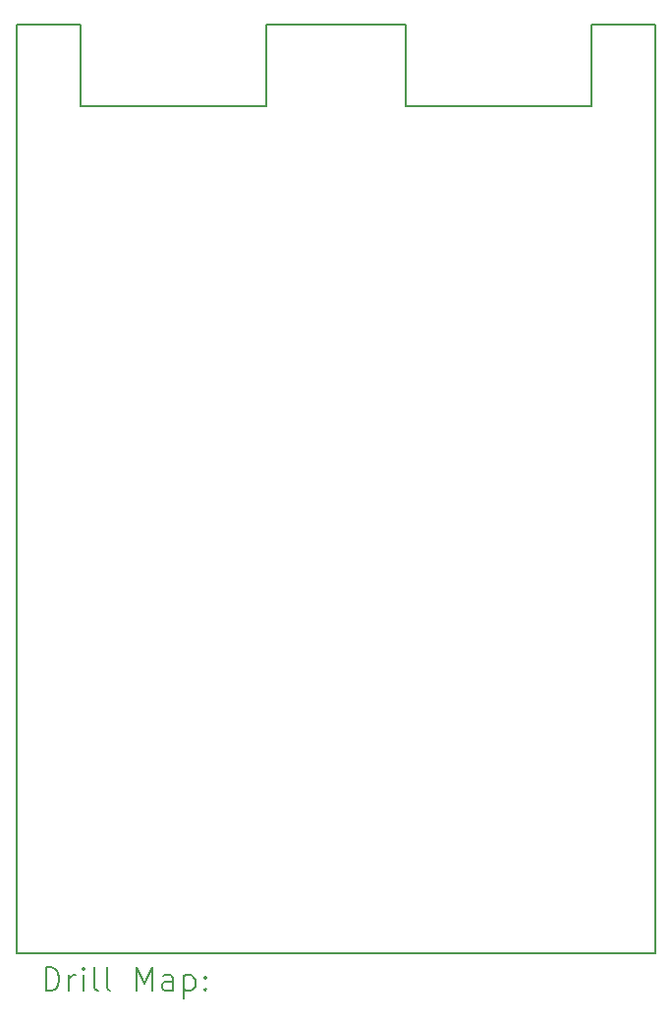
<source format=gbr>
%TF.GenerationSoftware,KiCad,Pcbnew,6.0.11-3.fc37*%
%TF.CreationDate,2023-08-14T12:31:07+01:00*%
%TF.ProjectId,kitchen-led-strips,6b697463-6865-46e2-9d6c-65642d737472,1.0*%
%TF.SameCoordinates,Original*%
%TF.FileFunction,Drillmap*%
%TF.FilePolarity,Positive*%
%FSLAX45Y45*%
G04 Gerber Fmt 4.5, Leading zero omitted, Abs format (unit mm)*
G04 Created by KiCad (PCBNEW 6.0.11-3.fc37) date 2023-08-14 12:31:07*
%MOMM*%
%LPD*%
G01*
G04 APERTURE LIST*
%ADD10C,0.200000*%
G04 APERTURE END LIST*
D10*
X17800000Y-10700000D02*
X19400000Y-10700000D01*
X19400000Y-10000000D01*
X20600000Y-10000000D01*
X20600000Y-10700000D01*
X22200000Y-10700000D01*
X22200000Y-10000000D01*
X22750000Y-10000000D01*
X22750000Y-18000000D01*
X17250000Y-18000000D01*
X17250000Y-10000000D01*
X17800000Y-10000000D01*
X17800000Y-10700000D01*
X17497619Y-18320476D02*
X17497619Y-18120476D01*
X17545238Y-18120476D01*
X17573810Y-18130000D01*
X17592857Y-18149048D01*
X17602381Y-18168095D01*
X17611905Y-18206190D01*
X17611905Y-18234762D01*
X17602381Y-18272857D01*
X17592857Y-18291905D01*
X17573810Y-18310952D01*
X17545238Y-18320476D01*
X17497619Y-18320476D01*
X17697619Y-18320476D02*
X17697619Y-18187143D01*
X17697619Y-18225238D02*
X17707143Y-18206190D01*
X17716667Y-18196667D01*
X17735714Y-18187143D01*
X17754762Y-18187143D01*
X17821429Y-18320476D02*
X17821429Y-18187143D01*
X17821429Y-18120476D02*
X17811905Y-18130000D01*
X17821429Y-18139524D01*
X17830952Y-18130000D01*
X17821429Y-18120476D01*
X17821429Y-18139524D01*
X17945238Y-18320476D02*
X17926190Y-18310952D01*
X17916667Y-18291905D01*
X17916667Y-18120476D01*
X18050000Y-18320476D02*
X18030952Y-18310952D01*
X18021429Y-18291905D01*
X18021429Y-18120476D01*
X18278571Y-18320476D02*
X18278571Y-18120476D01*
X18345238Y-18263333D01*
X18411905Y-18120476D01*
X18411905Y-18320476D01*
X18592857Y-18320476D02*
X18592857Y-18215714D01*
X18583333Y-18196667D01*
X18564286Y-18187143D01*
X18526190Y-18187143D01*
X18507143Y-18196667D01*
X18592857Y-18310952D02*
X18573810Y-18320476D01*
X18526190Y-18320476D01*
X18507143Y-18310952D01*
X18497619Y-18291905D01*
X18497619Y-18272857D01*
X18507143Y-18253810D01*
X18526190Y-18244286D01*
X18573810Y-18244286D01*
X18592857Y-18234762D01*
X18688095Y-18187143D02*
X18688095Y-18387143D01*
X18688095Y-18196667D02*
X18707143Y-18187143D01*
X18745238Y-18187143D01*
X18764286Y-18196667D01*
X18773810Y-18206190D01*
X18783333Y-18225238D01*
X18783333Y-18282381D01*
X18773810Y-18301429D01*
X18764286Y-18310952D01*
X18745238Y-18320476D01*
X18707143Y-18320476D01*
X18688095Y-18310952D01*
X18869048Y-18301429D02*
X18878571Y-18310952D01*
X18869048Y-18320476D01*
X18859524Y-18310952D01*
X18869048Y-18301429D01*
X18869048Y-18320476D01*
X18869048Y-18196667D02*
X18878571Y-18206190D01*
X18869048Y-18215714D01*
X18859524Y-18206190D01*
X18869048Y-18196667D01*
X18869048Y-18215714D01*
M02*

</source>
